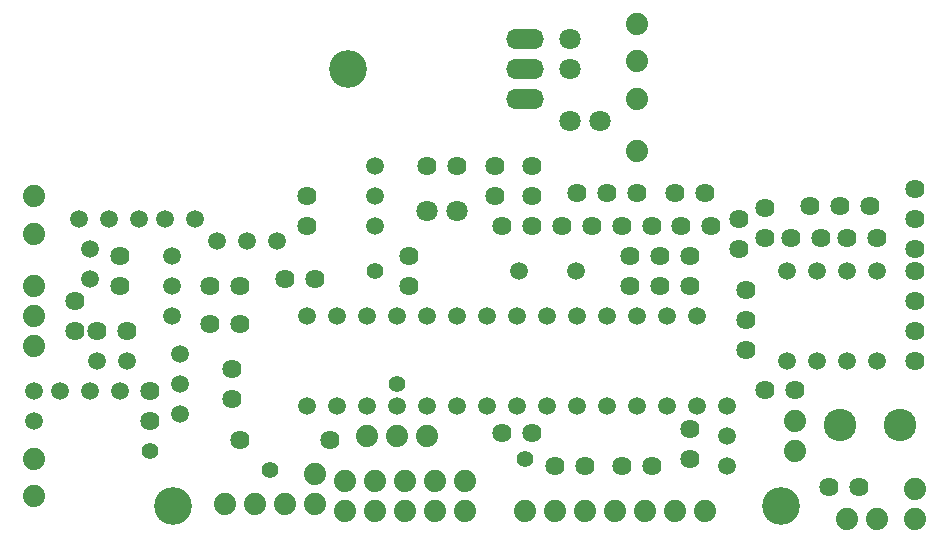
<source format=gbr>
G75*
G71*
%OFA0B0*%
%FSLAX24Y24*%
%IPPOS*%
%LPD*%
%AMOC8*
5,1,8,0,0,1.08239X$1,22.5*
%
%ADD10C,3.2032*%
%ADD11C,1.5112*%
%ADD12C,1.8034*%
%ADD13C,1.8796*%
%ADD14C,1.6256*%
%ADD15O,3.2192X1.7112*%
%ADD16C,2.7432*%
%ADD17C,1.4096*%
D10*
X182595Y074594D03*
X697395Y074594D03*
X330585Y444644D03*
D11*
X353445Y362094D03*
X353445Y336694D03*
X353445Y311294D03*
X270895Y298594D03*
X245495Y298594D03*
X220095Y298594D03*
X201045Y317644D03*
X175645Y317644D03*
X153420Y317644D03*
X128020Y317644D03*
X102620Y317644D03*
X112145Y292244D03*
X112145Y266844D03*
X181995Y260494D03*
X181995Y235094D03*
X188345Y203344D03*
X188345Y177944D03*
X188345Y152544D03*
X137545Y171593D03*
X112145Y171593D03*
X086745Y171593D03*
X064520Y171593D03*
X064520Y146193D03*
X118495Y196995D03*
X143895Y196995D03*
X181995Y285894D03*
X296295Y235094D03*
X321695Y235094D03*
X347095Y235094D03*
X372495Y235094D03*
X397895Y235094D03*
X423295Y235094D03*
X448695Y235094D03*
X474095Y235094D03*
X499495Y235094D03*
X524895Y235094D03*
X550295Y235094D03*
X575695Y235094D03*
X601095Y235094D03*
X626495Y235094D03*
X702695Y196994D03*
X728095Y196994D03*
X753495Y196994D03*
X778895Y196994D03*
X778895Y273194D03*
X753495Y273194D03*
X728095Y273194D03*
X702695Y273194D03*
X523625Y273194D03*
X475365Y273194D03*
X474095Y158894D03*
X448695Y158894D03*
X423295Y158894D03*
X397895Y158894D03*
X372495Y158894D03*
X347095Y158894D03*
X321695Y158894D03*
X296295Y158894D03*
X499495Y158894D03*
X524895Y158894D03*
X550295Y158894D03*
X575695Y158894D03*
X601095Y158894D03*
X626495Y158894D03*
X651895Y158894D03*
X651895Y133494D03*
X651895Y108094D03*
D12*
X423295Y323994D03*
X397895Y323994D03*
X518545Y400194D03*
X543945Y400194D03*
X518545Y444644D03*
X518545Y470044D03*
D13*
X064521Y082694D03*
X064521Y114444D03*
X064521Y209694D03*
X064521Y235094D03*
X064521Y260494D03*
X064520Y304944D03*
X064520Y336694D03*
X347095Y133494D03*
X372495Y133494D03*
X397895Y133494D03*
X404245Y095394D03*
X378845Y095394D03*
X353445Y095394D03*
X328045Y095394D03*
X302646Y101744D03*
X302646Y076344D03*
X277246Y076344D03*
X251845Y076344D03*
X226445Y076344D03*
X328045Y069994D03*
X353445Y069994D03*
X378845Y069994D03*
X404245Y069994D03*
X429645Y069994D03*
X429645Y095394D03*
X480445Y069994D03*
X505845Y069994D03*
X531245Y069994D03*
X556645Y069994D03*
X582045Y069994D03*
X607445Y069994D03*
X632845Y069994D03*
X709045Y120794D03*
X709045Y146194D03*
X810645Y089044D03*
X810645Y063644D03*
X778896Y063644D03*
X753496Y063644D03*
X575695Y374794D03*
X575695Y419244D03*
X575695Y450994D03*
X575695Y482744D03*
D14*
X486795Y362094D03*
X455045Y362094D03*
X423295Y362095D03*
X397895Y362095D03*
X455045Y336694D03*
X486795Y336694D03*
X524895Y339869D03*
X550295Y339869D03*
X575695Y339869D03*
X607445Y339869D03*
X632845Y339869D03*
X661420Y317644D03*
X683645Y327169D03*
X683645Y301769D03*
X661420Y292244D03*
X637607Y311294D03*
X612207Y311294D03*
X588395Y311294D03*
X562995Y311294D03*
X537595Y311294D03*
X512195Y311294D03*
X486795Y311294D03*
X461395Y311294D03*
X382020Y285894D03*
X382020Y260494D03*
X302645Y266844D03*
X277245Y266844D03*
X239145Y260494D03*
X213745Y260494D03*
X213745Y228744D03*
X239145Y228744D03*
X232795Y190644D03*
X232795Y165244D03*
X239145Y130319D03*
X315345Y130319D03*
X461395Y136669D03*
X486795Y136669D03*
X505845Y108093D03*
X531245Y108093D03*
X562995Y108094D03*
X588395Y108094D03*
X620145Y114444D03*
X620145Y139844D03*
X683646Y173182D03*
X709046Y173182D03*
X667770Y206519D03*
X667770Y231919D03*
X667770Y257319D03*
X620145Y260494D03*
X594745Y260494D03*
X569345Y260494D03*
X569345Y285894D03*
X594745Y285894D03*
X620145Y285894D03*
X705869Y301770D03*
X731269Y301770D03*
X753495Y301769D03*
X778895Y301769D03*
X810645Y292244D03*
X810645Y273194D03*
X810645Y247794D03*
X810645Y222394D03*
X810645Y196994D03*
X763020Y090632D03*
X737620Y090632D03*
X810645Y317644D03*
X810645Y343044D03*
X772545Y328757D03*
X747145Y328757D03*
X721745Y328757D03*
X296295Y336694D03*
X296295Y311294D03*
X143895Y222394D03*
X118495Y222394D03*
X099445Y222394D03*
X099445Y247794D03*
X137545Y260493D03*
X137545Y285893D03*
X162945Y171594D03*
X162945Y146194D03*
D15*
X480445Y419244D03*
X480445Y444644D03*
X480445Y470044D03*
D16*
X747145Y143019D03*
X797945Y143019D03*
D17*
X480445Y114444D03*
X372495Y177944D03*
X264545Y104919D03*
X162945Y120794D03*
X353445Y273194D03*
M02*

</source>
